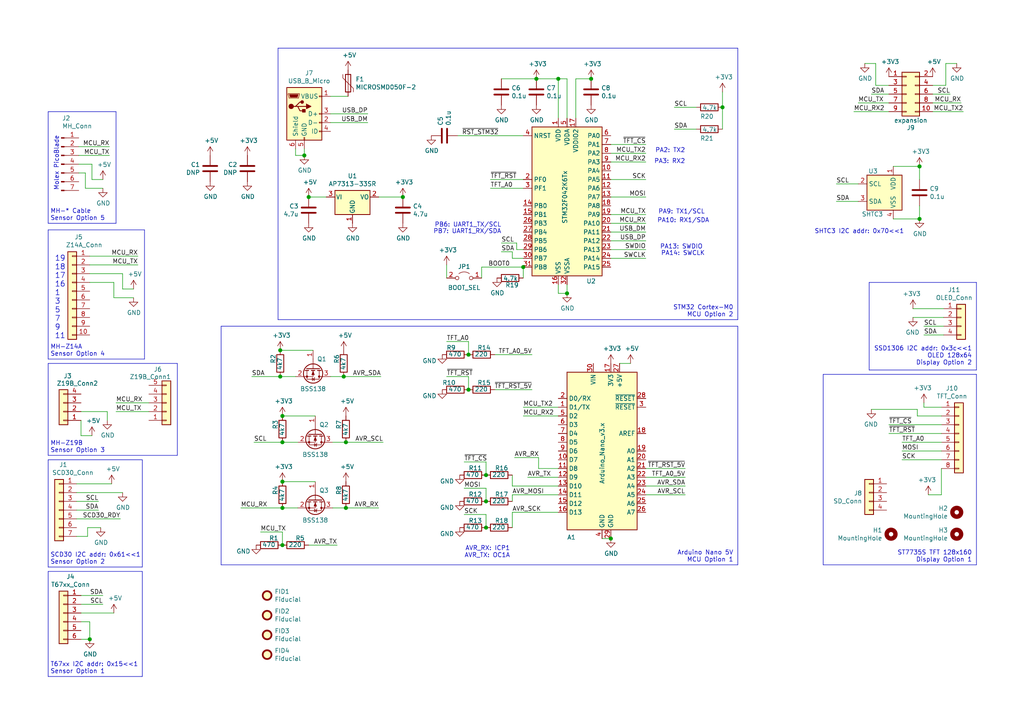
<source format=kicad_sch>
(kicad_sch (version 20201015) (generator eeschema)
  (page 1 1)
  (paper "A4")
  (title_block (title "CO2 multimon") (date "2020-11-08") (rev "v1b") (company "hunz <hunz@mailbox.org>") (comment 1 "License: CC-BY-SA 4.0"))
  (junction (at 26.035 185.42) (diameter 1.016))
  (junction (at 81.28 101.6) (diameter 1.016))
  (junction (at 81.28 109.22) (diameter 1.016))
  (junction (at 81.915 120.65) (diameter 1.016))
  (junction (at 81.915 128.27) (diameter 1.016))
  (junction (at 81.915 139.7) (diameter 1.016))
  (junction (at 81.915 147.32) (diameter 1.016))
  (junction (at 81.915 158.115) (diameter 1.016))
  (junction (at 88.265 45.085) (diameter 1.016))
  (junction (at 89.535 57.15) (diameter 1.016))
  (junction (at 99.695 109.22) (diameter 1.016))
  (junction (at 100.33 128.27) (diameter 1.016))
  (junction (at 100.33 147.32) (diameter 1.016))
  (junction (at 116.84 57.15) (diameter 1.016))
  (junction (at 135.89 102.87) (diameter 1.016))
  (junction (at 135.89 113.03) (diameter 1.016))
  (junction (at 140.97 137.795) (diameter 1.016))
  (junction (at 140.97 145.415) (diameter 1.016))
  (junction (at 140.97 153.035) (diameter 1.016))
  (junction (at 151.765 77.47) (diameter 1.016))
  (junction (at 155.575 22.86) (diameter 1.016))
  (junction (at 161.925 22.86) (diameter 1.016))
  (junction (at 164.465 85.09) (diameter 1.016))
  (junction (at 171.45 22.86) (diameter 1.016))
  (junction (at 177.165 156.21) (diameter 1.016))
  (junction (at 209.55 31.115) (diameter 1.016))
  (junction (at 266.7 48.26) (diameter 1.016))
  (junction (at 266.7 63.5) (diameter 1.016))
  (wire (pts (xy 22.86 42.545) (xy 31.75 42.545)))
  (wire (pts (xy 22.86 45.085) (xy 31.75 45.085)))
  (wire (pts (xy 22.86 50.165) (xy 24.765 50.165)))
  (wire (pts (xy 23.495 119.38) (xy 31.115 119.38)))
  (wire (pts (xy 23.495 126.365) (xy 23.495 121.92)))
  (wire (pts (xy 23.495 172.72) (xy 29.845 172.72)))
  (wire (pts (xy 23.495 175.26) (xy 29.845 175.26)))
  (wire (pts (xy 23.495 177.8) (xy 33.02 177.8)))
  (wire (pts (xy 23.495 180.34) (xy 26.035 180.34)))
  (wire (pts (xy 23.495 185.42) (xy 26.035 185.42)))
  (wire (pts (xy 24.765 50.165) (xy 24.765 54.61)))
  (wire (pts (xy 24.765 54.61) (xy 29.845 54.61)))
  (wire (pts (xy 25.4 153.035) (xy 25.4 155.575)))
  (wire (pts (xy 25.4 155.575) (xy 22.225 155.575)))
  (wire (pts (xy 26.035 74.295) (xy 40.005 74.295)))
  (wire (pts (xy 26.035 79.375) (xy 35.56 79.375)))
  (wire (pts (xy 26.035 81.915) (xy 33.02 81.915)))
  (wire (pts (xy 26.035 180.34) (xy 26.035 185.42)))
  (wire (pts (xy 26.67 47.625) (xy 22.86 47.625)))
  (wire (pts (xy 26.67 52.07) (xy 26.67 47.625)))
  (wire (pts (xy 26.67 126.365) (xy 23.495 126.365)))
  (wire (pts (xy 28.575 145.415) (xy 22.225 145.415)))
  (wire (pts (xy 28.575 147.955) (xy 22.225 147.955)))
  (wire (pts (xy 29.21 153.035) (xy 25.4 153.035)))
  (wire (pts (xy 29.845 52.07) (xy 26.67 52.07)))
  (wire (pts (xy 31.115 119.38) (xy 31.115 121.92)))
  (wire (pts (xy 32.385 140.335) (xy 22.225 140.335)))
  (wire (pts (xy 33.02 81.915) (xy 33.02 86.36)))
  (wire (pts (xy 33.02 86.36) (xy 38.735 86.36)))
  (wire (pts (xy 34.925 150.495) (xy 22.225 150.495)))
  (wire (pts (xy 35.56 79.375) (xy 35.56 83.82)))
  (wire (pts (xy 35.56 83.82) (xy 38.735 83.82)))
  (wire (pts (xy 35.56 142.875) (xy 22.225 142.875)))
  (wire (pts (xy 40.005 76.835) (xy 26.035 76.835)))
  (wire (pts (xy 43.18 116.84) (xy 33.655 116.84)))
  (wire (pts (xy 43.18 119.38) (xy 33.655 119.38)))
  (wire (pts (xy 69.85 147.32) (xy 81.915 147.32)))
  (wire (pts (xy 73.025 109.22) (xy 81.28 109.22)))
  (wire (pts (xy 73.66 128.27) (xy 81.915 128.27)))
  (wire (pts (xy 75.565 154.305) (xy 81.915 154.305)))
  (wire (pts (xy 81.28 101.6) (xy 90.805 101.6)))
  (wire (pts (xy 81.28 109.22) (xy 85.725 109.22)))
  (wire (pts (xy 81.915 120.65) (xy 91.44 120.65)))
  (wire (pts (xy 81.915 128.27) (xy 86.36 128.27)))
  (wire (pts (xy 81.915 139.7) (xy 91.44 139.7)))
  (wire (pts (xy 81.915 147.32) (xy 86.36 147.32)))
  (wire (pts (xy 81.915 154.305) (xy 81.915 158.115)))
  (wire (pts (xy 85.725 45.085) (xy 85.725 43.18)))
  (wire (pts (xy 88.265 43.18) (xy 88.265 45.085)))
  (wire (pts (xy 88.265 45.085) (xy 85.725 45.085)))
  (wire (pts (xy 89.535 57.15) (xy 94.615 57.15)))
  (wire (pts (xy 89.535 158.115) (xy 97.79 158.115)))
  (wire (pts (xy 95.885 27.94) (xy 100.965 27.94)))
  (wire (pts (xy 95.885 33.02) (xy 106.68 33.02)))
  (wire (pts (xy 95.885 35.56) (xy 106.68 35.56)))
  (wire (pts (xy 95.885 109.22) (xy 99.695 109.22)))
  (wire (pts (xy 96.52 128.27) (xy 100.33 128.27)))
  (wire (pts (xy 96.52 147.32) (xy 100.33 147.32)))
  (wire (pts (xy 99.695 109.22) (xy 110.49 109.22)))
  (wire (pts (xy 100.33 128.27) (xy 111.125 128.27)))
  (wire (pts (xy 100.33 147.32) (xy 109.855 147.32)))
  (wire (pts (xy 109.855 57.15) (xy 116.84 57.15)))
  (wire (pts (xy 129.54 76.835) (xy 129.54 80.645)))
  (wire (pts (xy 129.54 99.06) (xy 135.89 99.06)))
  (wire (pts (xy 129.54 109.22) (xy 135.89 109.22)))
  (wire (pts (xy 132.715 39.37) (xy 151.765 39.37)))
  (wire (pts (xy 134.62 133.985) (xy 140.97 133.985)))
  (wire (pts (xy 134.62 141.605) (xy 140.97 141.605)))
  (wire (pts (xy 134.62 149.225) (xy 140.97 149.225)))
  (wire (pts (xy 135.89 99.06) (xy 135.89 102.87)))
  (wire (pts (xy 135.89 109.22) (xy 135.89 113.03)))
  (wire (pts (xy 139.7 77.47) (xy 139.7 80.645)))
  (wire (pts (xy 139.7 77.47) (xy 151.765 77.47)))
  (wire (pts (xy 140.97 133.985) (xy 140.97 137.795)))
  (wire (pts (xy 140.97 141.605) (xy 140.97 145.415)))
  (wire (pts (xy 140.97 149.225) (xy 140.97 153.035)))
  (wire (pts (xy 142.24 52.07) (xy 151.765 52.07)))
  (wire (pts (xy 142.24 54.61) (xy 151.765 54.61)))
  (wire (pts (xy 143.51 102.87) (xy 154.305 102.87)))
  (wire (pts (xy 143.51 113.03) (xy 154.305 113.03)))
  (wire (pts (xy 145.415 22.86) (xy 155.575 22.86)))
  (wire (pts (xy 145.415 70.485) (xy 149.86 70.485)))
  (wire (pts (xy 145.415 73.025) (xy 148.59 73.025)))
  (wire (pts (xy 148.59 73.025) (xy 148.59 74.93)))
  (wire (pts (xy 148.59 74.93) (xy 151.765 74.93)))
  (wire (pts (xy 148.59 140.97) (xy 148.59 137.795)))
  (wire (pts (xy 148.59 140.97) (xy 161.925 140.97)))
  (wire (pts (xy 148.59 143.51) (xy 148.59 145.415)))
  (wire (pts (xy 148.59 143.51) (xy 161.925 143.51)))
  (wire (pts (xy 148.59 148.59) (xy 148.59 153.035)))
  (wire (pts (xy 148.59 148.59) (xy 161.925 148.59)))
  (wire (pts (xy 149.225 132.715) (xy 156.21 132.715)))
  (wire (pts (xy 149.86 70.485) (xy 149.86 72.39)))
  (wire (pts (xy 149.86 72.39) (xy 151.765 72.39)))
  (wire (pts (xy 151.765 77.47) (xy 151.765 80.645)))
  (wire (pts (xy 151.765 118.11) (xy 161.925 118.11)))
  (wire (pts (xy 151.765 120.65) (xy 161.925 120.65)))
  (wire (pts (xy 153.035 138.43) (xy 161.925 138.43)))
  (wire (pts (xy 155.575 22.86) (xy 161.925 22.86)))
  (wire (pts (xy 156.21 132.715) (xy 156.21 135.89)))
  (wire (pts (xy 156.21 135.89) (xy 161.925 135.89)))
  (wire (pts (xy 161.925 22.86) (xy 161.925 34.29)))
  (wire (pts (xy 161.925 85.09) (xy 161.925 82.55)))
  (wire (pts (xy 164.465 22.86) (xy 161.925 22.86)))
  (wire (pts (xy 164.465 34.29) (xy 164.465 22.86)))
  (wire (pts (xy 164.465 82.55) (xy 164.465 85.09)))
  (wire (pts (xy 164.465 85.09) (xy 161.925 85.09)))
  (wire (pts (xy 167.005 22.86) (xy 171.45 22.86)))
  (wire (pts (xy 167.005 34.29) (xy 167.005 22.86)))
  (wire (pts (xy 174.625 156.21) (xy 177.165 156.21)))
  (wire (pts (xy 177.165 41.91) (xy 187.325 41.91)))
  (wire (pts (xy 177.165 44.45) (xy 187.325 44.45)))
  (wire (pts (xy 177.165 46.99) (xy 187.325 46.99)))
  (wire (pts (xy 177.165 52.07) (xy 187.325 52.07)))
  (wire (pts (xy 177.165 57.15) (xy 187.325 57.15)))
  (wire (pts (xy 177.165 62.23) (xy 187.325 62.23)))
  (wire (pts (xy 177.165 64.77) (xy 187.325 64.77)))
  (wire (pts (xy 177.165 67.31) (xy 187.325 67.31)))
  (wire (pts (xy 177.165 69.85) (xy 187.325 69.85)))
  (wire (pts (xy 177.165 72.39) (xy 187.325 72.39)))
  (wire (pts (xy 177.165 74.93) (xy 187.325 74.93)))
  (wire (pts (xy 179.705 105.41) (xy 182.88 105.41)))
  (wire (pts (xy 187.325 135.89) (xy 198.755 135.89)))
  (wire (pts (xy 187.325 138.43) (xy 198.755 138.43)))
  (wire (pts (xy 187.325 140.97) (xy 198.755 140.97)))
  (wire (pts (xy 187.325 143.51) (xy 198.755 143.51)))
  (wire (pts (xy 195.58 31.115) (xy 201.93 31.115)))
  (wire (pts (xy 195.58 37.465) (xy 201.93 37.465)))
  (wire (pts (xy 209.55 26.67) (xy 209.55 31.115)))
  (wire (pts (xy 209.55 31.115) (xy 209.55 37.465)))
  (wire (pts (xy 242.57 53.34) (xy 248.92 53.34)))
  (wire (pts (xy 242.57 58.42) (xy 248.92 58.42)))
  (wire (pts (xy 247.65 32.385) (xy 257.81 32.385)))
  (wire (pts (xy 252.73 27.305) (xy 257.81 27.305)))
  (wire (pts (xy 254 18.415) (xy 250.825 18.415)))
  (wire (pts (xy 254 24.765) (xy 254 18.415)))
  (wire (pts (xy 257.81 24.765) (xy 254 24.765)))
  (wire (pts (xy 257.81 29.845) (xy 248.92 29.845)))
  (wire (pts (xy 257.81 123.19) (xy 273.05 123.19)))
  (wire (pts (xy 259.08 48.26) (xy 266.7 48.26)))
  (wire (pts (xy 259.08 63.5) (xy 266.7 63.5)))
  (wire (pts (xy 264.795 89.535) (xy 273.685 89.535)))
  (wire (pts (xy 264.795 92.075) (xy 273.685 92.075)))
  (wire (pts (xy 266.065 118.745) (xy 252.73 118.745)))
  (wire (pts (xy 266.065 120.65) (xy 266.065 118.745)))
  (wire (pts (xy 266.7 48.26) (xy 266.7 52.07)))
  (wire (pts (xy 266.7 59.69) (xy 266.7 63.5)))
  (wire (pts (xy 267.97 118.11) (xy 267.97 116.84)))
  (wire (pts (xy 269.24 143.51) (xy 273.05 143.51)))
  (wire (pts (xy 270.51 24.765) (xy 274.32 24.765)))
  (wire (pts (xy 270.51 27.305) (xy 275.59 27.305)))
  (wire (pts (xy 270.51 29.845) (xy 278.765 29.845)))
  (wire (pts (xy 270.51 32.385) (xy 279.4 32.385)))
  (wire (pts (xy 273.05 118.11) (xy 267.97 118.11)))
  (wire (pts (xy 273.05 120.65) (xy 266.065 120.65)))
  (wire (pts (xy 273.05 125.73) (xy 257.81 125.73)))
  (wire (pts (xy 273.05 128.27) (xy 261.62 128.27)))
  (wire (pts (xy 273.05 130.81) (xy 261.62 130.81)))
  (wire (pts (xy 273.05 133.35) (xy 261.62 133.35)))
  (wire (pts (xy 273.05 143.51) (xy 273.05 135.89)))
  (wire (pts (xy 273.685 94.615) (xy 267.97 94.615)))
  (wire (pts (xy 273.685 97.155) (xy 267.97 97.155)))
  (wire (pts (xy 274.32 18.415) (xy 277.495 18.415)))
  (wire (pts (xy 274.32 24.765) (xy 274.32 18.415)))
  (polyline (pts (xy 13.97 32.385) (xy 33.655 32.385)) (stroke (width 0) (type solid)))
  (polyline (pts (xy 13.97 64.77) (xy 13.97 32.385)) (stroke (width 0) (type solid)))
  (polyline (pts (xy 13.97 64.77) (xy 33.655 64.77)) (stroke (width 0) (type solid)))
  (polyline (pts (xy 13.97 66.675) (xy 41.91 66.675)) (stroke (width 0) (type solid)))
  (polyline (pts (xy 13.97 104.14) (xy 13.97 66.675)) (stroke (width 0) (type solid)))
  (polyline (pts (xy 13.97 105.41) (xy 51.435 105.41)) (stroke (width 0) (type solid)))
  (polyline (pts (xy 13.97 132.08) (xy 13.97 105.41)) (stroke (width 0) (type solid)))
  (polyline (pts (xy 13.97 133.35) (xy 41.275 133.35)) (stroke (width 0) (type solid)))
  (polyline (pts (xy 13.97 164.465) (xy 13.97 133.35)) (stroke (width 0) (type solid)))
  (polyline (pts (xy 13.97 165.735) (xy 41.275 165.735)) (stroke (width 0) (type solid)))
  (polyline (pts (xy 13.97 196.215) (xy 13.97 165.735)) (stroke (width 0) (type solid)))
  (polyline (pts (xy 33.655 32.385) (xy 33.655 64.77)) (stroke (width 0) (type solid)))
  (polyline (pts (xy 41.275 133.35) (xy 41.275 164.465)) (stroke (width 0) (type solid)))
  (polyline (pts (xy 41.275 164.465) (xy 13.97 164.465)) (stroke (width 0) (type solid)))
  (polyline (pts (xy 41.275 165.735) (xy 41.275 196.215)) (stroke (width 0) (type solid)))
  (polyline (pts (xy 41.275 196.215) (xy 13.97 196.215)) (stroke (width 0) (type solid)))
  (polyline (pts (xy 41.91 66.675) (xy 41.91 104.14)) (stroke (width 0) (type solid)))
  (polyline (pts (xy 41.91 104.14) (xy 13.97 104.14)) (stroke (width 0) (type solid)))
  (polyline (pts (xy 51.435 105.41) (xy 51.435 132.08)) (stroke (width 0) (type solid)))
  (polyline (pts (xy 51.435 132.08) (xy 13.97 132.08)) (stroke (width 0) (type solid)))
  (polyline (pts (xy 64.135 94.615) (xy 213.995 94.615)) (stroke (width 0) (type solid)))
  (polyline (pts (xy 64.135 163.83) (xy 64.135 94.615)) (stroke (width 0) (type solid)))
  (polyline (pts (xy 80.645 13.97) (xy 80.645 92.71)) (stroke (width 0) (type solid)))
  (polyline (pts (xy 80.645 92.71) (xy 213.995 92.71)) (stroke (width 0) (type solid)))
  (polyline (pts (xy 213.995 13.97) (xy 80.645 13.97)) (stroke (width 0) (type solid)))
  (polyline (pts (xy 213.995 13.97) (xy 213.995 92.71)) (stroke (width 0) (type solid)))
  (polyline (pts (xy 213.995 94.615) (xy 213.995 163.83)) (stroke (width 0) (type solid)))
  (polyline (pts (xy 213.995 163.83) (xy 64.135 163.83)) (stroke (width 0) (type solid)))
  (polyline (pts (xy 238.76 163.83) (xy 238.76 108.585)) (stroke (width 0) (type solid)))
  (polyline (pts (xy 252.095 81.915) (xy 283.21 81.915)) (stroke (width 0) (type solid)))
  (polyline (pts (xy 252.095 107.315) (xy 252.095 81.915)) (stroke (width 0) (type solid)))
  (polyline (pts (xy 283.21 81.915) (xy 283.21 107.315)) (stroke (width 0) (type solid)))
  (polyline (pts (xy 283.21 107.315) (xy 252.095 107.315)) (stroke (width 0) (type solid)))
  (polyline (pts (xy 283.21 108.585) (xy 238.76 108.585)) (stroke (width 0) (type solid)))
  (polyline (pts (xy 283.21 108.585) (xy 283.21 163.83)) (stroke (width 0) (type solid)))
  (polyline (pts (xy 283.21 163.83) (xy 238.76 163.83)) (stroke (width 0) (type solid)))
  (text "MH-* Cable\nSensor Option 5" (at 14.605 64.135 0) (effects (font (size 1.27 1.27)) (justify left bottom)))
  (text "MH-Z14A\nSensor Option 4" (at 14.605 103.505 0) (effects (font (size 1.27 1.27)) (justify left bottom)))
  (text "MH-Z19B\nSensor Option 3" (at 14.605 131.445 0) (effects (font (size 1.27 1.27)) (justify left bottom)))
  (text "SCD30 I2C addr: 0x61<<1\nSensor Option 2" (at 14.605 163.83 0) (effects (font (size 1.27 1.27)) (justify left bottom)))
  (text "T67xx I2C addr: 0x15<<1\nSensor Option 1" (at 14.605 195.58 0) (effects (font (size 1.27 1.27)) (justify left bottom)))
  (text "19\n18\n17\n16\n1\n3\n5\n7\n9\n11" (at 15.875 98.425 0) (effects (font (size 1.55 1.55)) (justify left bottom)))
  (text "Molex PicoBlade" (at 17.145 39.37 270) (effects (font (size 1.27 1.27)) (justify right bottom)))
  (text "PB6: UART1_TX/SCL" (at 145.415 66.04 180) (effects (font (size 1.27 1.27)) (justify right bottom)))
  (text "PB7: UART1_RX/SDA" (at 145.415 67.945 180) (effects (font (size 1.27 1.27)) (justify right bottom)))
  (text "AVR_RX: ICP1\nAVR_TX: OC1A" (at 147.955 161.925 180) (effects (font (size 1.27 1.27)) (justify right bottom)))
  (text "PA2: TX2" (at 198.755 44.45 180) (effects (font (size 1.27 1.27)) (justify right bottom)))
  (text "PA3: RX2" (at 198.755 47.625 180) (effects (font (size 1.27 1.27)) (justify right bottom)))
  (text "PA13: SWDIO" (at 203.835 72.39 180) (effects (font (size 1.27 1.27)) (justify right bottom)))
  (text "PA9: TX1/SCL" (at 204.47 62.23 180) (effects (font (size 1.27 1.27)) (justify right bottom)))
  (text "PA14: SWCLK" (at 204.47 74.295 180) (effects (font (size 1.27 1.27)) (justify right bottom)))
  (text "PA10: RX1/SDA" (at 205.74 64.77 180) (effects (font (size 1.27 1.27)) (justify right bottom)))
  (text "STM32 Cortex-M0\nMCU Option 2" (at 212.725 92.075 180) (effects (font (size 1.27 1.27)) (justify right bottom)))
  (text "Arduino Nano 5V\nMCU Option 1" (at 212.725 163.195 180) (effects (font (size 1.27 1.27)) (justify right bottom)))
  (text "SHTC3 I2C addr: 0x70<<1" (at 262.255 67.945 180) (effects (font (size 1.27 1.27)) (justify right bottom)))
  (text "SSD1306 I2C addr: 0x3c<<1\nOLED 128x64\nDisplay Option 2" (at 281.94 106.045 0) (effects (font (size 1.27 1.27)) (justify right bottom)))
  (text "ST7735S TFT 128x160\nDisplay Option 1" (at 281.94 163.195 180) (effects (font (size 1.27 1.27)) (justify right bottom)))
  (label "SCL" (at 28.575 145.415 180))
  (label "SDA" (at 28.575 147.955 180))
  (label "SDA" (at 29.845 172.72 180))
  (label "SCL" (at 29.845 175.26 180))
  (label "MCU_RX" (at 31.75 42.545 180))
  (label "MCU_TX" (at 31.75 45.085 180))
  (label "MCU_RX" (at 33.655 116.84 0))
  (label "MCU_TX" (at 33.655 119.38 0))
  (label "SCD30_RDY" (at 34.925 150.495 180))
  (label "MCU_RX" (at 40.005 74.295 180))
  (label "MCU_TX" (at 40.005 76.835 180))
  (label "MCU_RX" (at 69.85 147.32 0))
  (label "SDA" (at 73.025 109.22 0))
  (label "SCL" (at 73.66 128.27 0))
  (label "MCU_TX" (at 75.565 154.305 0))
  (label "AVR_TX" (at 97.79 158.115 180))
  (label "USB_DP" (at 106.68 33.02 180))
  (label "USB_DM" (at 106.68 35.56 180))
  (label "AVR_RX" (at 109.855 147.32 180))
  (label "AVR_SDA" (at 110.49 109.22 180))
  (label "AVR_SCL" (at 111.125 128.27 180))
  (label "TFT_A0" (at 129.54 99.06 0))
  (label "~TFT_RST" (at 129.54 109.22 0))
  (label "~RST_STM32" (at 133.985 39.37 0))
  (label "~TFT_CS" (at 134.62 133.985 0))
  (label "MOSI" (at 134.62 141.605 0))
  (label "SCK" (at 134.62 149.225 0))
  (label "BOOT0" (at 141.605 77.47 0))
  (label "~TFT_RST" (at 142.24 52.07 0))
  (label "TFT_A0" (at 142.24 54.61 0))
  (label "SCL" (at 145.415 70.485 0))
  (label "SDA" (at 145.415 73.025 0))
  (label "AVR_MOSI" (at 148.59 143.51 0))
  (label "AVR_SCK" (at 148.59 148.59 0))
  (label "AVR_RX" (at 149.225 132.715 0))
  (label "MCU_TX2" (at 151.765 118.11 0))
  (label "MCU_RX2" (at 151.765 120.65 0))
  (label "AVR_TX" (at 153.035 138.43 0))
  (label "TFT_A0_5V" (at 154.305 102.87 180))
  (label "~TFT_RST_5V" (at 154.305 113.03 180))
  (label "~TFT_CS" (at 187.325 41.91 180))
  (label "MCU_TX2" (at 187.325 44.45 180))
  (label "MCU_RX2" (at 187.325 46.99 180))
  (label "SCK" (at 187.325 52.07 180))
  (label "MOSI" (at 187.325 57.15 180))
  (label "MCU_TX" (at 187.325 62.23 180))
  (label "MCU_RX" (at 187.325 64.77 180))
  (label "USB_DM" (at 187.325 67.31 180))
  (label "USB_DP" (at 187.325 69.85 180))
  (label "SWDIO" (at 187.325 72.39 180))
  (label "SWCLK" (at 187.325 74.93 180))
  (label "SCL" (at 195.58 31.115 0))
  (label "SDA" (at 195.58 37.465 0))
  (label "~TFT_RST_5V" (at 198.755 135.89 180))
  (label "TFT_A0_5V" (at 198.755 138.43 180))
  (label "AVR_SDA" (at 198.755 140.97 180))
  (label "AVR_SCL" (at 198.755 143.51 180))
  (label "SCL" (at 242.57 53.34 0))
  (label "SDA" (at 242.57 58.42 0))
  (label "MCU_RX2" (at 247.65 32.385 0))
  (label "MCU_TX" (at 248.92 29.845 0))
  (label "SDA" (at 252.73 27.305 0))
  (label "~TFT_CS" (at 257.81 123.19 0))
  (label "~TFT_RST" (at 257.81 125.73 0))
  (label "TFT_A0" (at 261.62 128.27 0))
  (label "MOSI" (at 261.62 130.81 0))
  (label "SCK" (at 261.62 133.35 0))
  (label "SCL" (at 267.97 94.615 0))
  (label "SDA" (at 267.97 97.155 0))
  (label "SCL" (at 275.59 27.305 180))
  (label "MCU_RX" (at 278.765 29.845 180))
  (label "MCU_TX2" (at 279.4 32.385 180))
  (symbol (lib_id "power:+5V") (at 26.67 126.365 0) (unit 1)
    (property "Reference" "#PWR02" (effects hide))
    (property "Value" "+5V" (at 27.0383 122.0406 0))
  )
  (symbol (lib_id "power:+5V") (at 29.845 52.07 0) (unit 1)
    (property "Reference" "#PWR04" (effects hide))
    (property "Value" "+5V" (at 30.2133 47.7456 0))
  )
  (symbol (lib_id "power:+5V") (at 32.385 140.335 0) (unit 1)
    (property "Reference" "#PWR07" (effects hide))
    (property "Value" "+5V" (at 32.7533 136.0106 0))
  )
  (symbol (lib_id "power:+5V") (at 33.02 177.8 0) (unit 1)
    (property "Reference" "#PWR08" (effects hide))
    (property "Value" "+5V" (at 33.3883 173.4756 0))
  )
  (symbol (lib_id "power:+5V") (at 38.735 83.82 0) (unit 1)
    (property "Reference" "#PWR010" (effects hide))
    (property "Value" "+5V" (at 39.1033 79.4956 0))
  )
  (symbol (lib_id "power:+5V") (at 60.96 45.085 0) (unit 1)
    (property "Reference" "#PWR012" (effects hide))
    (property "Value" "+5V" (at 61.3283 40.7606 0))
  )
  (symbol (lib_id "power:+3V3") (at 71.755 45.085 0) (unit 1)
    (property "Reference" "#PWR014" (effects hide))
    (property "Value" "+3V3" (at 72.1233 40.7606 0))
  )
  (symbol (lib_id "power:+3V3") (at 81.28 101.6 0) (unit 1)
    (property "Reference" "#PWR017" (effects hide))
    (property "Value" "+3V3" (at 81.6483 97.2756 0))
  )
  (symbol (lib_id "power:+3V3") (at 81.915 120.65 0) (unit 1)
    (property "Reference" "#PWR018" (effects hide))
    (property "Value" "+3V3" (at 82.2833 116.3256 0))
  )
  (symbol (lib_id "power:+3V3") (at 81.915 139.7 0) (unit 1)
    (property "Reference" "#PWR019" (effects hide))
    (property "Value" "+3V3" (at 82.2833 135.3756 0))
  )
  (symbol (lib_id "power:+5V") (at 89.535 57.15 0) (unit 1)
    (property "Reference" "#PWR021" (effects hide))
    (property "Value" "+5V" (at 89.9033 52.8256 0))
  )
  (symbol (lib_id "power:+5V") (at 99.695 101.6 0) (unit 1)
    (property "Reference" "#PWR023" (effects hide))
    (property "Value" "+5V" (at 100.0633 97.2756 0))
  )
  (symbol (lib_id "power:+5V") (at 100.33 120.65 0) (unit 1)
    (property "Reference" "#PWR024" (effects hide))
    (property "Value" "+5V" (at 100.6983 116.3256 0))
  )
  (symbol (lib_id "power:+5V") (at 100.33 139.7 0) (unit 1)
    (property "Reference" "#PWR025" (effects hide))
    (property "Value" "+5V" (at 100.6983 135.3756 0))
  )
  (symbol (lib_id "power:+5V") (at 100.965 20.32 0) (unit 1)
    (property "Reference" "#PWR026" (effects hide))
    (property "Value" "+5V" (at 101.3333 15.9956 0))
  )
  (symbol (lib_id "power:+3V3") (at 116.84 57.15 0) (unit 1)
    (property "Reference" "#PWR028" (effects hide))
    (property "Value" "+3V3" (at 117.2083 52.8256 0))
  )
  (symbol (lib_id "power:+3V3") (at 129.54 76.835 0) (unit 1)
    (property "Reference" "#PWR033" (effects hide))
    (property "Value" "+3V3" (at 129.9083 72.5106 0))
  )
  (symbol (lib_id "power:+3V3") (at 155.575 22.86 0) (unit 1)
    (property "Reference" "#PWR039" (effects hide))
    (property "Value" "+3V3" (at 155.9433 18.5356 0))
  )
  (symbol (lib_id "power:+3V3") (at 171.45 22.86 0) (unit 1)
    (property "Reference" "#PWR042" (effects hide))
    (property "Value" "+3V3" (at 171.8183 18.5356 0))
  )
  (symbol (lib_id "power:+3V3") (at 177.165 105.41 0) (unit 1)
    (property "Reference" "#PWR044" (effects hide))
    (property "Value" "+3V3" (at 177.5333 101.0856 0))
  )
  (symbol (lib_id "power:+5V") (at 182.88 105.41 0) (unit 1)
    (property "Reference" "#PWR046" (effects hide))
    (property "Value" "+5V" (at 183.2483 101.0856 0))
  )
  (symbol (lib_id "power:+3V3") (at 209.55 26.67 0) (unit 1)
    (property "Reference" "#PWR047" (effects hide))
    (property "Value" "+3V3" (at 209.9183 22.3456 0))
  )
  (symbol (lib_id "power:+3V3") (at 257.81 22.225 0) (unit 1)
    (property "Reference" "#PWR050" (effects hide))
    (property "Value" "+3V3" (at 258.1783 17.9006 0))
  )
  (symbol (lib_id "power:+3V3") (at 264.795 89.535 0) (mirror y) (unit 1)
    (property "Reference" "#PWR051" (effects hide))
    (property "Value" "+3V3" (at 264.4267 85.2106 0))
  )
  (symbol (lib_id "power:+3V3") (at 266.7 48.26 0) (unit 1)
    (property "Reference" "#PWR053" (effects hide))
    (property "Value" "+3V3" (at 267.0683 43.9356 0))
  )
  (symbol (lib_id "power:+3V3") (at 267.97 116.84 0) (mirror y) (unit 1)
    (property "Reference" "#PWR055" (effects hide))
    (property "Value" "+3V3" (at 267.6017 112.5156 0))
  )
  (symbol (lib_id "power:+3V3") (at 269.24 143.51 0) (mirror y) (unit 1)
    (property "Reference" "#PWR056" (effects hide))
    (property "Value" "+3V3" (at 268.8717 139.1856 0))
  )
  (symbol (lib_id "power:+5V") (at 270.51 22.225 0) (unit 1)
    (property "Reference" "#PWR057" (effects hide))
    (property "Value" "+5V" (at 270.8783 17.9006 0))
  )
  (symbol (lib_id "power:GND") (at 26.035 185.42 0) (unit 1)
    (property "Reference" "#PWR01" (effects hide))
    (property "Value" "GND" (at 26.1493 189.7444 0))
  )
  (symbol (lib_id "power:GND") (at 29.21 153.035 0) (unit 1)
    (property "Reference" "#PWR03" (effects hide))
    (property "Value" "GND" (at 29.3243 157.3594 0))
  )
  (symbol (lib_id "power:GND") (at 29.845 54.61 0) (unit 1)
    (property "Reference" "#PWR05" (effects hide))
    (property "Value" "GND" (at 29.9593 58.9344 0))
  )
  (symbol (lib_id "power:GND") (at 31.115 121.92 0) (unit 1)
    (property "Reference" "#PWR06" (effects hide))
    (property "Value" "GND" (at 31.2293 126.2444 0))
  )
  (symbol (lib_id "power:GND") (at 35.56 142.875 0) (unit 1)
    (property "Reference" "#PWR09" (effects hide))
    (property "Value" "GND" (at 35.6743 147.1994 0))
  )
  (symbol (lib_id "power:GND") (at 38.735 86.36 0) (unit 1)
    (property "Reference" "#PWR011" (effects hide))
    (property "Value" "GND" (at 38.8493 90.6844 0))
  )
  (symbol (lib_id "power:GND") (at 60.96 52.705 0) (unit 1)
    (property "Reference" "#PWR013" (effects hide))
    (property "Value" "GND" (at 61.0743 57.0294 0))
  )
  (symbol (lib_id "power:GND") (at 71.755 52.705 0) (unit 1)
    (property "Reference" "#PWR015" (effects hide))
    (property "Value" "GND" (at 71.8693 57.0294 0))
  )
  (symbol (lib_id "power:GND") (at 74.295 158.115 0) (unit 1)
    (property "Reference" "#PWR016" (effects hide))
    (property "Value" "GND" (at 70.5993 159.8994 0))
  )
  (symbol (lib_id "power:GND") (at 88.265 45.085 0) (unit 1)
    (property "Reference" "#PWR020" (effects hide))
    (property "Value" "GND" (at 88.3793 49.4094 0))
  )
  (symbol (lib_id "power:GND") (at 89.535 64.77 0) (unit 1)
    (property "Reference" "#PWR022" (effects hide))
    (property "Value" "GND" (at 89.6493 69.0944 0))
  )
  (symbol (lib_id "power:GND") (at 102.235 64.77 0) (unit 1)
    (property "Reference" "#PWR027" (effects hide))
    (property "Value" "GND" (at 102.3493 69.0944 0))
  )
  (symbol (lib_id "power:GND") (at 116.84 64.77 0) (unit 1)
    (property "Reference" "#PWR029" (effects hide))
    (property "Value" "GND" (at 116.9543 69.0944 0))
  )
  (symbol (lib_id "power:GND") (at 125.095 39.37 0) (unit 1)
    (property "Reference" "#PWR030" (effects hide))
    (property "Value" "GND" (at 125.2093 43.6944 0))
  )
  (symbol (lib_id "power:GND") (at 128.27 102.87 0) (unit 1)
    (property "Reference" "#PWR031" (effects hide))
    (property "Value" "GND" (at 124.5743 104.6544 0))
  )
  (symbol (lib_id "power:GND") (at 128.27 113.03 0) (unit 1)
    (property "Reference" "#PWR032" (effects hide))
    (property "Value" "GND" (at 124.5743 114.8144 0))
  )
  (symbol (lib_id "power:GND") (at 133.35 137.795 0) (unit 1)
    (property "Reference" "#PWR034" (effects hide))
    (property "Value" "GND" (at 129.6543 139.5794 0))
  )
  (symbol (lib_id "power:GND") (at 133.35 145.415 0) (unit 1)
    (property "Reference" "#PWR035" (effects hide))
    (property "Value" "GND" (at 129.6543 147.1994 0))
  )
  (symbol (lib_id "power:GND") (at 133.35 153.035 0) (unit 1)
    (property "Reference" "#PWR036" (effects hide))
    (property "Value" "GND" (at 129.6543 154.8194 0))
  )
  (symbol (lib_id "power:GND") (at 144.145 80.645 0) (unit 1)
    (property "Reference" "#PWR037" (effects hide))
    (property "Value" "GND" (at 144.2593 84.9694 0))
  )
  (symbol (lib_id "power:GND") (at 145.415 30.48 0) (unit 1)
    (property "Reference" "#PWR038" (effects hide))
    (property "Value" "GND" (at 145.5293 34.8044 0))
  )
  (symbol (lib_id "power:GND") (at 155.575 30.48 0) (unit 1)
    (property "Reference" "#PWR040" (effects hide))
    (property "Value" "GND" (at 155.6893 34.8044 0))
  )
  (symbol (lib_id "power:GND") (at 164.465 85.09 0) (unit 1)
    (property "Reference" "#PWR041" (effects hide))
    (property "Value" "GND" (at 164.5793 89.4144 0))
  )
  (symbol (lib_id "power:GND") (at 171.45 30.48 0) (unit 1)
    (property "Reference" "#PWR043" (effects hide))
    (property "Value" "GND" (at 171.5643 34.8044 0))
  )
  (symbol (lib_id "power:GND") (at 177.165 156.21 0) (unit 1)
    (property "Reference" "#PWR045" (effects hide))
    (property "Value" "GND" (at 177.2793 160.5344 0))
  )
  (symbol (lib_id "power:GND") (at 250.825 18.415 0) (unit 1)
    (property "Reference" "#PWR048" (effects hide))
    (property "Value" "GND" (at 250.9393 22.7394 0))
  )
  (symbol (lib_id "power:GND") (at 252.73 118.745 0) (mirror y) (unit 1)
    (property "Reference" "#PWR049" (effects hide))
    (property "Value" "GND" (at 252.6157 123.0694 0))
  )
  (symbol (lib_id "power:GND") (at 264.795 92.075 0) (mirror y) (unit 1)
    (property "Reference" "#PWR052" (effects hide))
    (property "Value" "GND" (at 264.6807 96.3994 0))
  )
  (symbol (lib_id "power:GND") (at 266.7 63.5 0) (unit 1)
    (property "Reference" "#PWR054" (effects hide))
    (property "Value" "GND" (at 266.8143 67.8244 0))
  )
  (symbol (lib_id "power:GND") (at 277.495 18.415 0) (unit 1)
    (property "Reference" "#PWR058" (effects hide))
    (property "Value" "GND" (at 277.6093 22.7394 0))
  )
  (symbol (lib_id "Mechanical:Fiducial") (at 77.47 172.72 0) (unit 1)
    (property "Reference" "FID1" (at 79.6291 171.5706 0) (effects (justify left)))
    (property "Value" "Fiducial" (at 79.6291 173.8693 0) (effects (justify left)))
    (property "Footprint" "Fiducial:Fiducial_0.5mm_Mask1.5mm" (effects hide))
  )
  (symbol (lib_id "Mechanical:Fiducial") (at 77.47 178.435 0) (unit 1)
    (property "Reference" "FID2" (at 79.6291 177.2856 0) (effects (justify left)))
    (property "Value" "Fiducial" (at 79.6291 179.5843 0) (effects (justify left)))
    (property "Footprint" "Fiducial:Fiducial_0.5mm_Mask1.5mm" (effects hide))
  )
  (symbol (lib_id "Mechanical:Fiducial") (at 77.47 184.15 0) (unit 1)
    (property "Reference" "FID3" (at 79.6291 183.0006 0) (effects (justify left)))
    (property "Value" "Fiducial" (at 79.6291 185.2993 0) (effects (justify left)))
    (property "Footprint" "Fiducial:Fiducial_0.5mm_Mask1.5mm" (effects hide))
  )
  (symbol (lib_id "Mechanical:Fiducial") (at 77.47 189.865 0) (unit 1)
    (property "Reference" "FID4" (at 79.6291 188.7156 0) (effects (justify left)))
    (property "Value" "Fiducial" (at 79.6291 191.0143 0) (effects (justify left)))
    (property "Footprint" "Fiducial:Fiducial_0.5mm_Mask1.5mm" (effects hide))
  )
  (symbol (lib_id "Mechanical:MountingHole") (at 258.445 154.94 0) (mirror y) (unit 1)
    (property "Reference" "H1" (at 255.9049 153.7906 0) (effects (justify left)))
    (property "Value" "MountingHole" (at 255.9049 156.0893 0) (effects (justify left)))
    (property "Footprint" "MountingHole:MountingHole_3.2mm_M3" (effects hide))
  )
  (symbol (lib_id "Mechanical:MountingHole") (at 277.495 148.59 0) (mirror y) (unit 1)
    (property "Reference" "H2" (at 274.9549 147.4406 0) (effects (justify left)))
    (property "Value" "MountingHole" (at 274.9549 149.7393 0) (effects (justify left)))
    (property "Footprint" "MountingHole:MountingHole_3.2mm_M3" (effects hide))
  )
  (symbol (lib_id "Mechanical:MountingHole") (at 277.495 154.94 0) (mirror y) (unit 1)
    (property "Reference" "H3" (at 274.9549 153.7906 0) (effects (justify left)))
    (property "Value" "MountingHole" (at 274.9549 156.0893 0) (effects (justify left)))
    (property "Footprint" "MountingHole:MountingHole_3.2mm_M3" (effects hide))
  )
  (symbol (lib_id "Device:R") (at 78.105 158.115 270) (mirror x) (unit 1)
    (property "Reference" "R1" (at 80.7656 156.0831 90) (effects (justify right)))
    (property "Value" "470" (at 77.984 157.988 90))
    (property "Footprint" "Resistor_SMD:R_0805_2012Metric_Pad1.15x1.40mm_HandSolder" (effects hide))
  )
  (symbol (lib_id "Device:R") (at 81.28 105.41 0) (mirror y) (unit 1)
    (property "Reference" "R2" (at 79.2481 102.7494 90) (effects (justify right)))
    (property "Value" "4k7" (at 81.153 105.531 90))
    (property "Footprint" "Resistor_SMD:R_0805_2012Metric_Pad1.15x1.40mm_HandSolder" (effects hide))
  )
  (symbol (lib_id "Device:R") (at 81.915 124.46 0) (mirror y) (unit 1)
    (property "Reference" "R3" (at 79.8831 121.7994 90) (effects (justify right)))
    (property "Value" "4k7" (at 81.788 124.581 90))
    (property "Footprint" "Resistor_SMD:R_0805_2012Metric_Pad1.15x1.40mm_HandSolder" (effects hide))
  )
  (symbol (lib_id "Device:R") (at 81.915 143.51 0) (mirror y) (unit 1)
    (property "Reference" "R4" (at 79.8831 140.8494 90) (effects (justify right)))
    (property "Value" "4k7" (at 81.788 143.631 90))
    (property "Footprint" "Resistor_SMD:R_0805_2012Metric_Pad1.15x1.40mm_HandSolder" (effects hide))
  )
  (symbol (lib_id "Device:R") (at 85.725 158.115 270) (mirror x) (unit 1)
    (property "Reference" "R5" (at 88.3856 156.0831 90) (effects (justify right)))
    (property "Value" "220" (at 85.604 157.988 90))
    (property "Footprint" "Resistor_SMD:R_0805_2012Metric_Pad1.15x1.40mm_HandSolder" (effects hide))
  )
  (symbol (lib_id "Device:R") (at 99.695 105.41 0) (mirror y) (unit 1)
    (property "Reference" "R6" (at 97.6631 102.7494 90) (effects (justify right)))
    (property "Value" "4k7" (at 99.568 105.531 90))
    (property "Footprint" "Resistor_SMD:R_0805_2012Metric_Pad1.15x1.40mm_HandSolder" (effects hide))
  )
  (symbol (lib_id "Device:R") (at 100.33 124.46 0) (mirror y) (unit 1)
    (property "Reference" "R7" (at 98.2981 121.7994 90) (effects (justify right)))
    (property "Value" "4k7" (at 100.203 124.581 90))
    (property "Footprint" "Resistor_SMD:R_0805_2012Metric_Pad1.15x1.40mm_HandSolder" (effects hide))
  )
  (symbol (lib_id "Device:R") (at 100.33 143.51 0) (mirror y) (unit 1)
    (property "Reference" "R8" (at 98.2981 140.8494 90) (effects (justify right)))
    (property "Value" "4k7" (at 100.203 143.631 90))
    (property "Footprint" "Resistor_SMD:R_0805_2012Metric_Pad1.15x1.40mm_HandSolder" (effects hide))
  )
  (symbol (lib_id "Device:R") (at 132.08 102.87 270) (mirror x) (unit 1)
    (property "Reference" "R9" (at 132.2006 100.8381 90) (effects (justify right)))
    (property "Value" "470" (at 131.959 102.743 90))
    (property "Footprint" "Resistor_SMD:R_0805_2012Metric_Pad1.15x1.40mm_HandSolder" (effects hide))
  )
  (symbol (lib_id "Device:R") (at 132.08 113.03 270) (mirror x) (unit 1)
    (property "Reference" "R10" (at 132.2006 110.9981 90) (effects (justify right)))
    (property "Value" "470" (at 131.959 112.903 90))
    (property "Footprint" "Resistor_SMD:R_0805_2012Metric_Pad1.15x1.40mm_HandSolder" (effects hide))
  )
  (symbol (lib_id "Device:R") (at 137.16 137.795 270) (mirror x) (unit 1)
    (property "Reference" "R11" (at 139.8206 135.7631 90) (effects (justify right)))
    (property "Value" "470" (at 137.039 137.668 90))
    (property "Footprint" "Resistor_SMD:R_0805_2012Metric_Pad1.15x1.40mm_HandSolder" (effects hide))
  )
  (symbol (lib_id "Device:R") (at 137.16 145.415 270) (mirror x) (unit 1)
    (property "Reference" "R12" (at 139.8206 143.3831 90) (effects (justify right)))
    (property "Value" "470" (at 137.039 145.288 90))
    (property "Footprint" "Resistor_SMD:R_0805_2012Metric_Pad1.15x1.40mm_HandSolder" (effects hide))
  )
  (symbol (lib_id "Device:R") (at 137.16 153.035 270) (mirror x) (unit 1)
    (property "Reference" "R13" (at 139.8206 151.0031 90) (effects (justify right)))
    (property "Value" "470" (at 137.039 152.908 90))
    (property "Footprint" "Resistor_SMD:R_0805_2012Metric_Pad1.15x1.40mm_HandSolder" (effects hide))
  )
  (symbol (lib_id "Device:R") (at 139.7 102.87 270) (mirror x) (unit 1)
    (property "Reference" "R14" (at 142.3606 100.8381 90) (effects (justify right)))
    (property "Value" "220" (at 139.579 102.743 90))
    (property "Footprint" "Resistor_SMD:R_0805_2012Metric_Pad1.15x1.40mm_HandSolder" (effects hide))
  )
  (symbol (lib_id "Device:R") (at 139.7 113.03 270) (mirror x) (unit 1)
    (property "Reference" "R15" (at 142.3606 110.9981 90) (effects (justify right)))
    (property "Value" "220" (at 139.579 112.903 90))
    (property "Footprint" "Resistor_SMD:R_0805_2012Metric_Pad1.15x1.40mm_HandSolder" (effects hide))
  )
  (symbol (lib_id "Device:R") (at 144.78 137.795 270) (mirror x) (unit 1)
    (property "Reference" "R16" (at 147.4406 135.7631 90) (effects (justify right)))
    (property "Value" "220" (at 144.659 137.668 90))
    (property "Footprint" "Resistor_SMD:R_0805_2012Metric_Pad1.15x1.40mm_HandSolder" (effects hide))
  )
  (symbol (lib_id "Device:R") (at 144.78 145.415 270) (mirror x) (unit 1)
    (property "Reference" "R17" (at 147.4406 143.3831 90) (effects (justify right)))
    (property "Value" "220" (at 144.659 145.288 90))
    (property "Footprint" "Resistor_SMD:R_0805_2012Metric_Pad1.15x1.40mm_HandSolder" (effects hide))
  )
  (symbol (lib_id "Device:R") (at 144.78 153.035 270) (mirror x) (unit 1)
    (property "Reference" "R18" (at 147.4406 151.0031 90) (effects (justify right)))
    (property "Value" "220" (at 144.659 152.908 90))
    (property "Footprint" "Resistor_SMD:R_0805_2012Metric_Pad1.15x1.40mm_HandSolder" (effects hide))
  )
  (symbol (lib_id "Device:R") (at 147.955 80.645 90) (mirror x) (unit 1)
    (property "Reference" "R19" (at 146.5644 82.6769 90) (effects (justify right)))
    (property "Value" "4.7k" (at 148.076 80.772 90))
    (property "Footprint" "Resistor_SMD:R_0603_1608Metric" (effects hide))
  )
  (symbol (lib_id "Device:R") (at 205.74 31.115 90) (mirror x) (unit 1)
    (property "Reference" "R20" (at 203.0794 33.7819 90) (effects (justify right)))
    (property "Value" "4.7k" (at 205.861 31.242 90))
    (property "Footprint" "Resistor_SMD:R_0603_1608Metric" (effects hide))
  )
  (symbol (lib_id "Device:R") (at 205.74 37.465 90) (mirror x) (unit 1)
    (property "Reference" "R21" (at 203.0794 40.1319 90) (effects (justify right)))
    (property "Value" "4.7k" (at 205.861 37.592 90))
    (property "Footprint" "Resistor_SMD:R_0603_1608Metric" (effects hide))
  )
  (symbol (lib_id "Device:Polyfuse") (at 100.965 24.13 0) (unit 1)
    (property "Reference" "F1" (at 103.1241 22.9806 0) (effects (justify left)))
    (property "Value" "MICROSMD050F-2" (at 103.124 25.279 0) (effects (justify left)))
    (property "Footprint" "Fuse:Fuse_1210_3225Metric" (effects hide))
  )
  (symbol (lib_id "Jumper:Jumper_2_Open") (at 134.62 80.645 0) (mirror y) (unit 1)
    (property "Reference" "JP1" (at 134.62 77.3238 0))
    (property "Value" "BOOT_SEL" (at 134.62 83.433 0))
    (property "Footprint" "Connector_PinHeader_2.54mm:PinHeader_1x02_P2.54mm_Vertical" (effects hide))
  )
  (symbol (lib_id "Device:C") (at 60.96 48.895 0) (mirror x) (unit 1)
    (property "Reference" "C1" (at 58.0389 47.7456 0) (effects (justify right)))
    (property "Value" "DNP" (at 58.039 50.044 0) (effects (justify right)))
    (property "Footprint" "Capacitor_SMD:C_0805_2012Metric_Pad1.15x1.40mm_HandSolder" (effects hide))
  )
  (symbol (lib_id "Device:C") (at 71.755 48.895 0) (mirror x) (unit 1)
    (property "Reference" "C2" (at 68.8339 47.7456 0) (effects (justify right)))
    (property "Value" "DNP" (at 68.834 50.044 0) (effects (justify right)))
    (property "Footprint" "Capacitor_SMD:C_0805_2012Metric_Pad1.15x1.40mm_HandSolder" (effects hide))
  )
  (symbol (lib_id "Device:C") (at 89.535 60.96 0) (mirror x) (unit 1)
    (property "Reference" "C3" (at 86.6139 59.8106 0) (effects (justify right)))
    (property "Value" "4.7u" (at 86.614 62.109 0) (effects (justify right)))
    (property "Footprint" "Capacitor_SMD:C_0603_1608Metric" (effects hide))
  )
  (symbol (lib_id "Device:C") (at 116.84 60.96 180) (unit 1)
    (property "Reference" "C4" (at 119.7611 59.8106 0) (effects (justify right)))
    (property "Value" "4.7u" (at 119.761 62.109 0) (effects (justify right)))
    (property "Footprint" "Capacitor_SMD:C_0603_1608Metric" (effects hide))
  )
  (symbol (lib_id "Device:C") (at 128.905 39.37 270) (unit 1)
    (property "Reference" "C5" (at 127.7556 36.4489 0) (effects (justify right)))
    (property "Value" "0.1u" (at 130.054 36.449 0) (effects (justify right)))
    (property "Footprint" "Capacitor_SMD:C_0603_1608Metric" (effects hide))
  )
  (symbol (lib_id "Device:C") (at 145.415 26.67 180) (unit 1)
    (property "Reference" "C6" (at 148.3361 25.5206 0) (effects (justify right)))
    (property "Value" "0.1u" (at 148.336 27.819 0) (effects (justify right)))
    (property "Footprint" "Capacitor_SMD:C_0603_1608Metric" (effects hide))
  )
  (symbol (lib_id "Device:C") (at 155.575 26.67 180) (unit 1)
    (property "Reference" "C7" (at 158.4961 25.5206 0) (effects (justify right)))
    (property "Value" "0.1u" (at 158.496 27.819 0) (effects (justify right)))
    (property "Footprint" "Capacitor_SMD:C_0603_1608Metric" (effects hide))
  )
  (symbol (lib_id "Device:C") (at 171.45 26.67 180) (unit 1)
    (property "Reference" "C8" (at 174.3711 25.5206 0) (effects (justify right)))
    (property "Value" "0.1u" (at 174.371 27.819 0) (effects (justify right)))
    (property "Footprint" "Capacitor_SMD:C_0603_1608Metric" (effects hide))
  )
  (symbol (lib_id "Device:C") (at 266.7 55.88 180) (unit 1)
    (property "Reference" "C9" (at 269.6211 54.7306 0) (effects (justify right)))
    (property "Value" "0.1u" (at 269.621 57.029 0) (effects (justify right)))
    (property "Footprint" "Capacitor_SMD:C_0603_1608Metric" (effects hide))
  )
  (symbol (lib_id "Connector_Generic:Conn_01x04") (at 18.415 119.38 180) (unit 1)
    (property "Reference" "J3" (at 20.8279 109.0486 0) (effects (justify left)))
    (property "Value" "Z19B_Conn2" (at 28.448 111.195 0) (effects (justify left)))
    (property "Footprint" "Connector_PinSocket_2.54mm:PinSocket_1x04_P2.54mm_Vertical" (effects hide))
  )
  (symbol (lib_id "Connector_Generic:Conn_01x04") (at 252.095 142.875 0) (mirror y) (unit 1)
    (property "Reference" "J8" (at 250.0629 143.0464 0) (effects (justify left)))
    (property "Value" "SD_Conn" (at 250.063 145.345 0) (effects (justify left)))
    (property "Footprint" "Connector_PinSocket_2.54mm:PinSocket_1x04_P2.54mm_Vertical" (effects hide))
  )
  (symbol (lib_id "Connector_Generic:Conn_01x04") (at 278.765 92.075 0) (unit 1)
    (property "Reference" "J11" (at 276.733 84.0548 0))
    (property "Value" "OLED_Conn" (at 276.733 86.353 0))
    (property "Footprint" "Connector_PinSocket_2.54mm:PinSocket_1x04_P2.54mm_Vertical" (effects hide))
  )
  (symbol (lib_id "Connector_Generic:Conn_01x05") (at 48.26 116.84 0) (mirror x) (unit 1)
    (property "Reference" "J6" (at 44.5771 107.1436 0) (effects (justify left)))
    (property "Value" "Z19B_Conn1" (at 37.592 109.29 0) (effects (justify left)))
    (property "Footprint" "Connector_PinSocket_2.54mm:PinSocket_1x05_P2.54mm_Vertical" (effects hide))
  )
  (symbol (lib_id "Connector:Conn_01x07_Male") (at 17.78 47.625 0) (unit 1)
    (property "Reference" "J2" (at 19.2024 34.2708 0))
    (property "Value" "MH_Conn" (at 22.377 36.569 0))
    (property "Footprint" "Connector_Molex:Molex_PicoBlade_53048-0710_1x07_P1.25mm_Horizontal" (effects hide))
  )
  (symbol (lib_id "Connector_Generic:Conn_01x06") (at 18.415 177.8 0) (mirror y) (unit 1)
    (property "Reference" "J4" (at 20.447 167.2398 0))
    (property "Value" "T67xx_Conn" (at 20.447 169.539 0))
    (property "Footprint" "Connector_PinSocket_2.54mm:PinSocket_1x06_P2.54mm_Vertical" (effects hide))
  )
  (symbol (lib_id "Transistor_FET:BSS138") (at 90.805 106.68 270) (unit 1)
    (property "Reference" "Q1" (at 93.345 104.1464 90))
    (property "Value" "BSS138" (at 90.805 112.7951 90))
    (property "Footprint" "Package_TO_SOT_SMD:SOT-23" (effects hide))
    (property "Datasheet" "https://www.fairchildsemi.com/datasheets/BS/BSS138.pdf" (effects hide))
  )
  (symbol (lib_id "Transistor_FET:BSS138") (at 91.44 125.73 270) (unit 1)
    (property "Reference" "Q2" (at 93.98 123.1964 90))
    (property "Value" "BSS138" (at 91.44 131.8451 90))
    (property "Footprint" "Package_TO_SOT_SMD:SOT-23" (effects hide))
    (property "Datasheet" "https://www.fairchildsemi.com/datasheets/BS/BSS138.pdf" (effects hide))
  )
  (symbol (lib_id "Transistor_FET:BSS138") (at 91.44 144.78 270) (unit 1)
    (property "Reference" "Q3" (at 93.98 142.2464 90))
    (property "Value" "BSS138" (at 91.44 150.8951 90))
    (property "Footprint" "Package_TO_SOT_SMD:SOT-23" (effects hide))
    (property "Datasheet" "https://www.fairchildsemi.com/datasheets/BS/BSS138.pdf" (effects hide))
  )
  (symbol (lib_id "Connector_Generic:Conn_01x07") (at 17.145 147.955 0) (mirror y) (unit 1)
    (property "Reference" "J1" (at 19.5579 134.7914 0) (effects (justify left)))
    (property "Value" "SCD30_Conn" (at 27.178 137.09 0) (effects (justify left)))
    (property "Footprint" "Connector_PinSocket_2.54mm:PinSocket_1x07_P2.54mm_Vertical" (effects hide))
  )
  (symbol (lib_id "Connector_Generic:Conn_01x08") (at 278.13 125.73 0) (unit 1)
    (property "Reference" "J10" (at 276.098 112.6298 0))
    (property "Value" "TFT_Conn" (at 276.098 114.928 0))
    (property "Footprint" "Connector_PinSocket_2.54mm:PinSocket_1x08_P2.54mm_Vertical" (effects hide))
  )
  (symbol (lib_id "Regulator_Linear:MCP1700-3302E_SOT23") (at 102.235 57.15 0) (unit 1)
    (property "Reference" "U1" (at 102.235 51.0348 0))
    (property "Value" "AP7313-33SR" (at 102.235 53.334 0))
    (property "Footprint" "Package_TO_SOT_SMD:SOT-23" (effects hide))
    (property "Datasheet" "http://ww1.microchip.com/downloads/en/DeviceDoc/20001826D.pdf" (effects hide))
  )
  (symbol (lib_id "Connector_Generic:Conn_02x05_Odd_Even") (at 262.89 27.305 0) (unit 1)
    (property "Reference" "J9" (at 264.16 37.0648 0))
    (property "Value" "expansion" (at 264.16 34.918 0))
    (property "Footprint" "Connector_PinHeader_2.54mm:PinHeader_2x05_P2.54mm_Vertical" (effects hide))
  )
  (symbol (lib_id "Connector_Generic:Conn_01x10") (at 20.955 84.455 0) (mirror y) (unit 1)
    (property "Reference" "J5" (at 24.0029 68.7514 0) (effects (justify left)))
    (property "Value" "Z14A_Conn" (at 29.718 71.05 0) (effects (justify left)))
    (property "Footprint" "Connector_PinSocket_2.54mm:PinSocket_1x10_P2.54mm_Vertical" (effects hide))
  )
  (symbol (lib_id "Sensor_Humidity:SHTC3") (at 256.54 55.88 0) (unit 1)
    (property "Reference" "U3" (at 251.8411 49.6506 0) (effects (justify left)))
    (property "Value" "SHTC3" (at 249.9361 62.1093 0) (effects (justify left)))
    (property "Footprint" "Sensor_Humidity:Sensirion_DFN-4-1EP_2x2mm_P1mm_EP0.7x1.6mm" (effects hide))
    (property "Datasheet" "https://www.sensirion.com/fileadmin/user_upload/customers/sensirion/Dokumente/0_Datasheets/Humidity/Sensirion_Humidity_Sensors_SHTC3_Datasheet.pdf" (effects hide))
  )
  (symbol (lib_id "Connector:USB_B_Micro") (at 88.265 33.02 0) (unit 1)
    (property "Reference" "J7" (at 89.662 21.1898 0))
    (property "Value" "USB_B_Micro" (at 89.662 23.4885 0))
    (property "Footprint" "Connector_USB:USB_Micro-B_Molex-105017-0001" (effects hide))
  )
  (symbol (lib_id "MCU_ST_STM32F0:STM32F042K6Tx") (at 164.465 57.15 0) (unit 1)
    (property "Reference" "U2" (at 171.45 81.5404 0))
    (property "Value" "STM32F042K6Tx" (at 163.83 57.1691 90))
    (property "Footprint" "Package_QFP:LQFP-32_7x7mm_P0.8mm" (effects hide))
    (property "Datasheet" "http://www.st.com/st-web-ui/static/active/en/resource/technical/document/datasheet/DM00105814.pdf" (effects hide))
  )
  (symbol (lib_id "MCU_Module:Arduino_Nano_v3.x") (at 174.625 130.81 0) (unit 1)
    (property "Reference" "A1" (at 165.735 155.8354 0))
    (property "Value" "Arduino_Nano_v3.x" (at 174.625 131.4641 90))
    (property "Footprint" "Module:Arduino_Nano" (effects hide))
    (property "Datasheet" "http://www.mouser.com/pdfdocs/Gravitech_Arduino_Nano3_0.pdf" (effects hide))
  )
)
</source>
